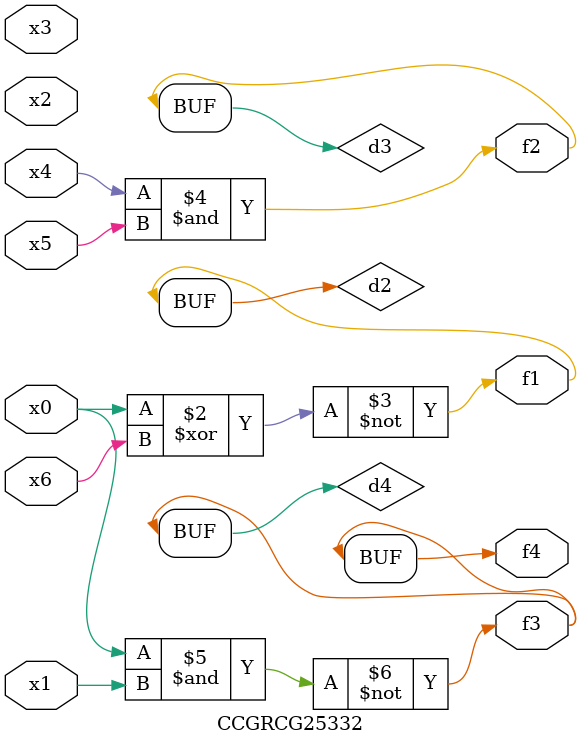
<source format=v>
module CCGRCG25332(
	input x0, x1, x2, x3, x4, x5, x6,
	output f1, f2, f3, f4
);

	wire d1, d2, d3, d4;

	nor (d1, x0);
	xnor (d2, x0, x6);
	and (d3, x4, x5);
	nand (d4, x0, x1);
	assign f1 = d2;
	assign f2 = d3;
	assign f3 = d4;
	assign f4 = d4;
endmodule

</source>
